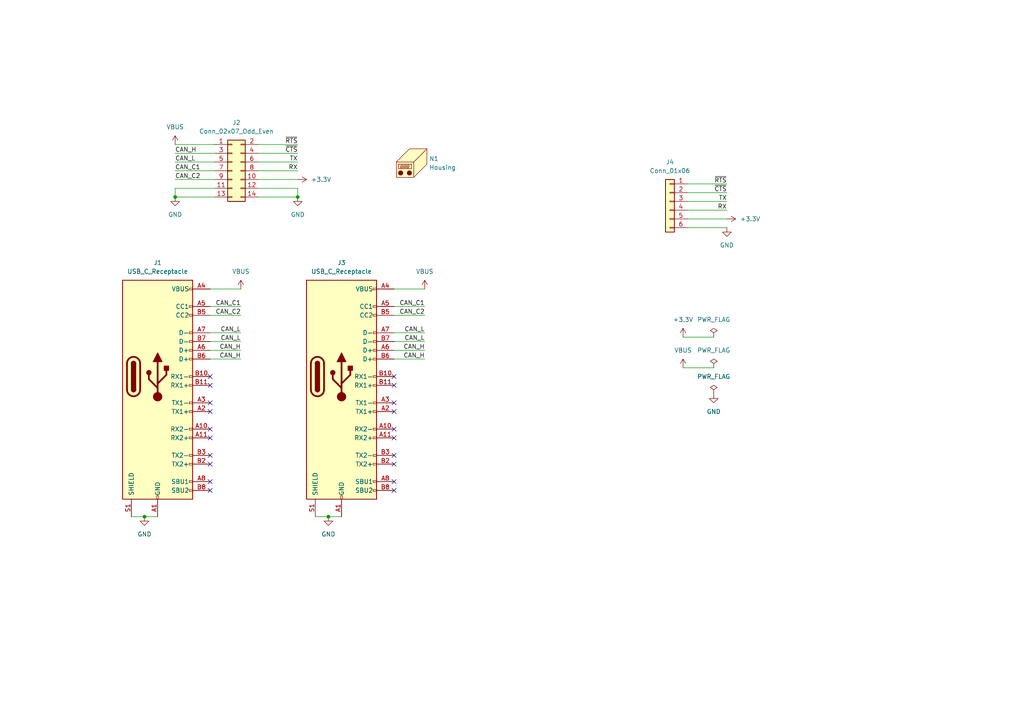
<source format=kicad_sch>
(kicad_sch (version 20211123) (generator eeschema)
  (paper "A4")
  (lib_symbols
    (symbol "Connector:USB_C_Receptacle" (pin_names (offset 1.016))
      (property "Reference" "J" (at -10.16 29.21 0))
      (property "Value" "USB_C_Receptacle" (at 10.16 29.21 0))
      (symbol "USB_C_Receptacle_0_0"
        (rectangle (start -0.254 -35.56) (end 0.254 -34.544))
        (rectangle (start 10.16 -32.766) (end 9.144 -33.274))
        (rectangle (start 10.16 -30.226) (end 9.144 -30.734))
        (rectangle (start 10.16 -25.146) (end 9.144 -25.654))
        (rectangle (start 10.16 -22.606) (end 9.144 -23.114))
        (rectangle (start 10.16 -17.526) (end 9.144 -18.034))
        (rectangle (start 10.16 -14.986) (end 9.144 -15.494))
        (rectangle (start 10.16 -9.906) (end 9.144 -10.414))
        (rectangle (start 10.16 -7.366) (end 9.144 -7.874))
        (rectangle (start 10.16 -2.286) (end 9.144 -2.794))
        (rectangle (start 10.16 0.254) (end 9.144 -0.254))
        (rectangle (start 10.16 5.334) (end 9.144 4.826))
        (rectangle (start 10.16 7.874) (end 9.144 7.366))
        (rectangle (start 10.16 10.414) (end 9.144 9.906))
        (rectangle (start 10.16 12.954) (end 9.144 12.446))
        (rectangle (start 10.16 18.034) (end 9.144 17.526))
        (rectangle (start 10.16 20.574) (end 9.144 20.066))
        (rectangle (start 10.16 25.654) (end 9.144 25.146))
      )
      (symbol "USB_C_Receptacle_0_1"
        (rectangle (start -10.16 27.94) (end 10.16 -35.56) (stroke (width 0.254)) (fill (type background)))
        (arc (start -8.89 -3.81) (mid -6.985 -5.715) (end -5.08 -3.81) (stroke (width 0.508)))
        (arc (start -7.62 -3.81) (mid -6.985 -4.445) (end -6.35 -3.81) (stroke (width 0.254)))
        (arc (start -7.62 -3.81) (mid -6.985 -4.445) (end -6.35 -3.81) (stroke (width 0.254)) (fill (type outline)))
        (rectangle (start -7.62 -3.81) (end -6.35 3.81) (stroke (width 0.254)) (fill (type outline)))
        (arc (start -6.35 3.81) (mid -6.985 4.445) (end -7.62 3.81) (stroke (width 0.254)))
        (arc (start -6.35 3.81) (mid -6.985 4.445) (end -7.62 3.81) (stroke (width 0.254)) (fill (type outline)))
        (arc (start -5.08 3.81) (mid -6.985 5.715) (end -8.89 3.81) (stroke (width 0.508)))
        (polyline (pts (xy -8.89 -3.81) (xy -8.89 3.81)) (stroke (width 0.508)))
        (polyline (pts (xy -5.08 3.81) (xy -5.08 -3.81)) (stroke (width 0.508)))
      )
      (symbol "USB_C_Receptacle_1_1"
        (circle (center -2.54 1.143) (radius 0.635) (stroke (width 0.254)) (fill (type outline)))
        (circle (center 0 -5.842) (radius 1.27) (fill (type outline)))
        (polyline (pts (xy 0 -5.842) (xy 0 4.318)) (stroke (width 0.508)))
        (polyline (pts (xy 0 -3.302) (xy -2.54 -0.762) (xy -2.54 0.508)) (stroke (width 0.508)))
        (polyline (pts (xy 0 -2.032) (xy 2.54 0.508) (xy 2.54 1.778)) (stroke (width 0.508)))
        (polyline (pts (xy -1.27 4.318) (xy 0 6.858) (xy 1.27 4.318) (xy -1.27 4.318)) (stroke (width 0.254)) (fill (type outline)))
        (rectangle (start 1.905 1.778) (end 3.175 3.048) (stroke (width 0.254)) (fill (type outline)))
        (pin passive line (at 0 -40.64 90) (length 5.08) (name "GND") (number "A1"))
        (pin bidirectional line (at 15.24 -15.24 180) (length 5.08) (name "RX2-") (number "A10"))
        (pin bidirectional line (at 15.24 -17.78 180) (length 5.08) (name "RX2+") (number "A11"))
        (pin passive line (at 0 -40.64 90) (length 5.08) hide (name "GND") (number "A12"))
        (pin bidirectional line (at 15.24 -10.16 180) (length 5.08) (name "TX1+") (number "A2"))
        (pin bidirectional line (at 15.24 -7.62 180) (length 5.08) (name "TX1-") (number "A3"))
        (pin passive line (at 15.24 25.4 180) (length 5.08) (name "VBUS") (number "A4"))
        (pin bidirectional line (at 15.24 20.32 180) (length 5.08) (name "CC1") (number "A5"))
        (pin bidirectional line (at 15.24 7.62 180) (length 5.08) (name "D+") (number "A6"))
        (pin bidirectional line (at 15.24 12.7 180) (length 5.08) (name "D-") (number "A7"))
        (pin bidirectional line (at 15.24 -30.48 180) (length 5.08) (name "SBU1") (number "A8"))
        (pin passive line (at 15.24 25.4 180) (length 5.08) hide (name "VBUS") (number "A9"))
        (pin passive line (at 0 -40.64 90) (length 5.08) hide (name "GND") (number "B1"))
        (pin bidirectional line (at 15.24 0 180) (length 5.08) (name "RX1-") (number "B10"))
        (pin bidirectional line (at 15.24 -2.54 180) (length 5.08) (name "RX1+") (number "B11"))
        (pin passive line (at 0 -40.64 90) (length 5.08) hide (name "GND") (number "B12"))
        (pin bidirectional line (at 15.24 -25.4 180) (length 5.08) (name "TX2+") (number "B2"))
        (pin bidirectional line (at 15.24 -22.86 180) (length 5.08) (name "TX2-") (number "B3"))
        (pin passive line (at 15.24 25.4 180) (length 5.08) hide (name "VBUS") (number "B4"))
        (pin bidirectional line (at 15.24 17.78 180) (length 5.08) (name "CC2") (number "B5"))
        (pin bidirectional line (at 15.24 5.08 180) (length 5.08) (name "D+") (number "B6"))
        (pin bidirectional line (at 15.24 10.16 180) (length 5.08) (name "D-") (number "B7"))
        (pin bidirectional line (at 15.24 -33.02 180) (length 5.08) (name "SBU2") (number "B8"))
        (pin passive line (at 15.24 25.4 180) (length 5.08) hide (name "VBUS") (number "B9"))
        (pin passive line (at -7.62 -40.64 90) (length 5.08) (name "SHIELD") (number "S1"))
      )
    )
    (symbol "Connector_Generic:Conn_01x06" (pin_names (offset 1.016) hide)
      (property "Reference" "J" (at 0 7.62 0))
      (property "Value" "Conn_01x06" (at 0 -10.16 0))
      (symbol "Conn_01x06_1_1"
        (rectangle (start -1.27 -7.493) (end 0 -7.747) (stroke (width 0.1524)))
        (rectangle (start -1.27 -4.953) (end 0 -5.207) (stroke (width 0.1524)))
        (rectangle (start -1.27 -2.413) (end 0 -2.667) (stroke (width 0.1524)))
        (rectangle (start -1.27 0.127) (end 0 -0.127) (stroke (width 0.1524)))
        (rectangle (start -1.27 2.667) (end 0 2.413) (stroke (width 0.1524)))
        (rectangle (start -1.27 5.207) (end 0 4.953) (stroke (width 0.1524)))
        (rectangle (start -1.27 6.35) (end 1.27 -8.89) (stroke (width 0.254)) (fill (type background)))
        (pin passive line (at -5.08 5.08 0) (length 3.81) (name "Pin_1") (number "1"))
        (pin passive line (at -5.08 2.54 0) (length 3.81) (name "Pin_2") (number "2"))
        (pin passive line (at -5.08 0 0) (length 3.81) (name "Pin_3") (number "3"))
        (pin passive line (at -5.08 -2.54 0) (length 3.81) (name "Pin_4") (number "4"))
        (pin passive line (at -5.08 -5.08 0) (length 3.81) (name "Pin_5") (number "5"))
        (pin passive line (at -5.08 -7.62 0) (length 3.81) (name "Pin_6") (number "6"))
      )
    )
    (symbol "Connector_Generic:Conn_02x07_Odd_Even" (pin_names (offset 1.016) hide)
      (property "Reference" "J" (at 1.27 10.16 0))
      (property "Value" "Conn_02x07_Odd_Even" (at 1.27 -10.16 0))
      (symbol "Conn_02x07_Odd_Even_1_1"
        (rectangle (start -1.27 -7.493) (end 0 -7.747) (stroke (width 0.1524)))
        (rectangle (start -1.27 -4.953) (end 0 -5.207) (stroke (width 0.1524)))
        (rectangle (start -1.27 -2.413) (end 0 -2.667) (stroke (width 0.1524)))
        (rectangle (start -1.27 0.127) (end 0 -0.127) (stroke (width 0.1524)))
        (rectangle (start -1.27 2.667) (end 0 2.413) (stroke (width 0.1524)))
        (rectangle (start -1.27 5.207) (end 0 4.953) (stroke (width 0.1524)))
        (rectangle (start -1.27 7.747) (end 0 7.493) (stroke (width 0.1524)))
        (rectangle (start -1.27 8.89) (end 3.81 -8.89) (stroke (width 0.254)) (fill (type background)))
        (rectangle (start 3.81 -7.493) (end 2.54 -7.747) (stroke (width 0.1524)))
        (rectangle (start 3.81 -4.953) (end 2.54 -5.207) (stroke (width 0.1524)))
        (rectangle (start 3.81 -2.413) (end 2.54 -2.667) (stroke (width 0.1524)))
        (rectangle (start 3.81 0.127) (end 2.54 -0.127) (stroke (width 0.1524)))
        (rectangle (start 3.81 2.667) (end 2.54 2.413) (stroke (width 0.1524)))
        (rectangle (start 3.81 5.207) (end 2.54 4.953) (stroke (width 0.1524)))
        (rectangle (start 3.81 7.747) (end 2.54 7.493) (stroke (width 0.1524)))
        (pin passive line (at -5.08 7.62 0) (length 3.81) (name "Pin_1") (number "1"))
        (pin passive line (at 7.62 -2.54 180) (length 3.81) (name "Pin_10") (number "10"))
        (pin passive line (at -5.08 -5.08 0) (length 3.81) (name "Pin_11") (number "11"))
        (pin passive line (at 7.62 -5.08 180) (length 3.81) (name "Pin_12") (number "12"))
        (pin passive line (at -5.08 -7.62 0) (length 3.81) (name "Pin_13") (number "13"))
        (pin passive line (at 7.62 -7.62 180) (length 3.81) (name "Pin_14") (number "14"))
        (pin passive line (at 7.62 7.62 180) (length 3.81) (name "Pin_2") (number "2"))
        (pin passive line (at -5.08 5.08 0) (length 3.81) (name "Pin_3") (number "3"))
        (pin passive line (at 7.62 5.08 180) (length 3.81) (name "Pin_4") (number "4"))
        (pin passive line (at -5.08 2.54 0) (length 3.81) (name "Pin_5") (number "5"))
        (pin passive line (at 7.62 2.54 180) (length 3.81) (name "Pin_6") (number "6"))
        (pin passive line (at -5.08 0 0) (length 3.81) (name "Pin_7") (number "7"))
        (pin passive line (at 7.62 0 180) (length 3.81) (name "Pin_8") (number "8"))
        (pin passive line (at -5.08 -2.54 0) (length 3.81) (name "Pin_9") (number "9"))
      )
    )
    (symbol "Mechanical:Housing" (pin_names (offset 1.016))
      (property "Reference" "N" (at 3.81 0 0))
      (property "Value" "Housing" (at 3.81 -1.905 0))
      (symbol "Housing_0_1"
        (rectangle (start -5.08 -0.635) (end -1.27 -1.905))
        (circle (center -4.445 -3.175) (radius 0.635) (fill (type outline)))
        (circle (center -1.905 -3.175) (radius 0.635) (fill (type outline)))
        (polyline (pts (xy -4.5212 -1.5748) (xy -4.4704 -1.3716)))
        (polyline (pts (xy -4.4196 -1.6764) (xy -4.064 -1.6764)))
        (polyline (pts (xy -4.4196 -1.2192) (xy -4.3688 -0.9652)))
        (polyline (pts (xy -4.318 -1.3208) (xy -4.0132 -1.3208)))
        (polyline (pts (xy -4.2164 -0.9144) (xy -3.9116 -0.9144)))
        (polyline (pts (xy -3.9116 -1.6256) (xy -3.8608 -1.3716)))
        (polyline (pts (xy -3.81 -1.2192) (xy -3.7592 -0.9652)))
        (polyline (pts (xy -3.6068 -1.5748) (xy -3.556 -1.3716)))
        (polyline (pts (xy -3.5052 -1.6764) (xy -3.1496 -1.6764)))
        (polyline (pts (xy -3.5052 -1.2192) (xy -3.4544 -0.9652)))
        (polyline (pts (xy -3.4036 -1.3208) (xy -3.0988 -1.3208)))
        (polyline (pts (xy -3.302 -0.9144) (xy -2.9972 -0.9144)))
        (polyline (pts (xy -2.9972 -1.6256) (xy -2.9464 -1.3716)))
        (polyline (pts (xy -2.8956 -1.2192) (xy -2.8448 -0.9652)))
        (polyline (pts (xy -2.6924 -1.5748) (xy -2.6416 -1.3716)))
        (polyline (pts (xy -2.5908 -1.6764) (xy -2.2352 -1.6764)))
        (polyline (pts (xy -2.5908 -1.2192) (xy -2.54 -0.9652)))
        (polyline (pts (xy -2.4892 -1.3208) (xy -2.1844 -1.3208)))
        (polyline (pts (xy -2.3876 -0.9144) (xy -2.0828 -0.9144)))
        (polyline (pts (xy -2.0828 -1.6256) (xy -2.032 -1.3716)))
        (polyline (pts (xy -1.9812 -1.2192) (xy -1.9304 -0.9652)))
        (polyline (pts (xy -0.635 0) (xy -0.635 -4.445)))
        (polyline (pts (xy -5.715 0) (xy -0.635 0) (xy 3.175 3.81)))
        (polyline (pts (xy -5.715 0) (xy -5.715 -4.445) (xy -0.635 -4.445) (xy 3.175 -0.635) (xy 3.175 3.81) (xy -1.905 3.81) (xy -5.715 0)) (fill (type background)))
      )
    )
    (symbol "power:+3.3V" (power) (pin_names (offset 0))
      (property "Value" "+3.3V" (at 0 3.556 0))
      (symbol "+3.3V_0_1"
        (polyline (pts (xy -0.762 1.27) (xy 0 2.54)))
        (polyline (pts (xy 0 0) (xy 0 2.54)))
        (polyline (pts (xy 0 2.54) (xy 0.762 1.27)))
      )
      (symbol "+3.3V_1_1"
        (pin power_in line (at 0 0 90) (length 0) hide (name "+3.3V") (number "1"))
      )
    )
    (symbol "power:GND" (power) (pin_names (offset 0))
      (property "Value" "GND" (at 0 -3.81 0))
      (symbol "GND_0_1"
        (polyline (pts (xy 0 0) (xy 0 -1.27) (xy 1.27 -1.27) (xy 0 -2.54) (xy -1.27 -1.27) (xy 0 -1.27)))
      )
      (symbol "GND_1_1"
        (pin power_in line (at 0 0 270) (length 0) hide (name "GND") (number "1"))
      )
    )
    (symbol "power:PWR_FLAG" (power) (pin_numbers hide) (pin_names (offset 0) hide)
      (property "Value" "PWR_FLAG" (at 0 3.81 0))
      (symbol "PWR_FLAG_0_0"
        (pin power_out line (at 0 0 90) (length 0) (name "pwr") (number "1"))
      )
      (symbol "PWR_FLAG_0_1"
        (polyline (pts (xy 0 0) (xy 0 1.27) (xy -1.016 1.905) (xy 0 2.54) (xy 1.016 1.905) (xy 0 1.27)))
      )
    )
    (symbol "power:VBUS" (power) (pin_names (offset 0))
      (property "Value" "VBUS" (at 0 3.81 0))
      (symbol "VBUS_0_1"
        (polyline (pts (xy -0.762 1.27) (xy 0 2.54)))
        (polyline (pts (xy 0 0) (xy 0 2.54)))
        (polyline (pts (xy 0 2.54) (xy 0.762 1.27)))
      )
      (symbol "VBUS_1_1"
        (pin power_in line (at 0 0 90) (length 0) hide (name "VBUS") (number "1"))
      )
    )
  )
  (junction (at 50.8 57.15))
  (junction (at 95.25 149.86))
  (junction (at 41.91 149.86))
  (junction (at 86.36 57.15))
  (no_connect (at 114.3 124.46))
  (no_connect (at 114.3 116.84))
  (no_connect (at 114.3 109.22))
  (no_connect (at 114.3 139.7))
  (no_connect (at 60.96 109.22))
  (no_connect (at 60.96 132.08))
  (no_connect (at 114.3 132.08))
  (no_connect (at 60.96 124.46))
  (no_connect (at 60.96 119.38))
  (no_connect (at 60.96 134.62))
  (no_connect (at 60.96 127))
  (no_connect (at 114.3 127))
  (no_connect (at 60.96 111.76))
  (no_connect (at 114.3 111.76))
  (no_connect (at 60.96 139.7))
  (no_connect (at 114.3 119.38))
  (no_connect (at 60.96 116.84))
  (no_connect (at 114.3 142.24))
  (no_connect (at 114.3 134.62))
  (no_connect (at 60.96 142.24))
  (wire (pts (xy 50.8 44.45) (xy 62.23 44.45)))
  (wire (pts (xy 60.96 104.14) (xy 69.85 104.14)))
  (wire (pts (xy 86.36 54.61) (xy 86.36 57.15)))
  (wire (pts (xy 199.39 55.88) (xy 210.82 55.88)))
  (wire (pts (xy 60.96 91.44) (xy 69.85 91.44)))
  (wire (pts (xy 74.93 52.07) (xy 86.36 52.07)))
  (wire (pts (xy 50.8 54.61) (xy 62.23 54.61)))
  (wire (pts (xy 210.82 66.04) (xy 199.39 66.04)))
  (wire (pts (xy 198.12 106.68) (xy 207.01 106.68)))
  (wire (pts (xy 38.1 149.86) (xy 41.91 149.86)))
  (wire (pts (xy 86.36 54.61) (xy 74.93 54.61)))
  (wire (pts (xy 199.39 63.5) (xy 210.82 63.5)))
  (wire (pts (xy 74.93 41.91) (xy 86.36 41.91)))
  (wire (pts (xy 50.8 41.91) (xy 62.23 41.91)))
  (wire (pts (xy 199.39 60.96) (xy 210.82 60.96)))
  (wire (pts (xy 114.3 91.44) (xy 123.19 91.44)))
  (wire (pts (xy 91.44 149.86) (xy 95.25 149.86)))
  (wire (pts (xy 50.8 57.15) (xy 62.23 57.15)))
  (wire (pts (xy 60.96 99.06) (xy 69.85 99.06)))
  (wire (pts (xy 74.93 46.99) (xy 86.36 46.99)))
  (wire (pts (xy 50.8 52.07) (xy 62.23 52.07)))
  (wire (pts (xy 60.96 96.52) (xy 69.85 96.52)))
  (wire (pts (xy 50.8 54.61) (xy 50.8 57.15)))
  (wire (pts (xy 60.96 88.9) (xy 69.85 88.9)))
  (wire (pts (xy 74.93 44.45) (xy 86.36 44.45)))
  (wire (pts (xy 114.3 101.6) (xy 123.19 101.6)))
  (wire (pts (xy 60.96 83.82) (xy 69.85 83.82)))
  (wire (pts (xy 114.3 88.9) (xy 123.19 88.9)))
  (wire (pts (xy 198.12 97.79) (xy 207.01 97.79)))
  (wire (pts (xy 60.96 101.6) (xy 69.85 101.6)))
  (wire (pts (xy 114.3 83.82) (xy 123.19 83.82)))
  (wire (pts (xy 114.3 96.52) (xy 123.19 96.52)))
  (wire (pts (xy 74.93 49.53) (xy 86.36 49.53)))
  (wire (pts (xy 86.36 57.15) (xy 74.93 57.15)))
  (wire (pts (xy 50.8 46.99) (xy 62.23 46.99)))
  (wire (pts (xy 199.39 53.34) (xy 210.82 53.34)))
  (wire (pts (xy 50.8 49.53) (xy 62.23 49.53)))
  (wire (pts (xy 41.91 149.86) (xy 45.72 149.86)))
  (wire (pts (xy 114.3 99.06) (xy 123.19 99.06)))
  (wire (pts (xy 95.25 149.86) (xy 99.06 149.86)))
  (wire (pts (xy 199.39 58.42) (xy 210.82 58.42)))
  (wire (pts (xy 114.3 104.14) (xy 123.19 104.14)))
  (label "~{RTS}" (at 86.36 41.91 180))
  (label "CAN_L" (at 50.8 46.99 0))
  (label "CAN_C2" (at 69.85 91.44 180))
  (label "RX" (at 210.82 60.96 180))
  (label "TX" (at 210.82 58.42 180))
  (label "CAN_L" (at 123.19 99.06 180))
  (label "CAN_C1" (at 69.85 88.9 180))
  (label "CAN_L" (at 123.19 96.52 180))
  (label "CAN_C1" (at 123.19 88.9 180))
  (label "~{CTS}" (at 86.36 44.45 180))
  (label "CAN_C2" (at 50.8 52.07 0))
  (label "CAN_C2" (at 123.19 91.44 180))
  (label "CAN_L" (at 69.85 96.52 180))
  (label "~{CTS}" (at 210.82 55.88 180))
  (label "~{RTS}" (at 210.82 53.34 180))
  (label "CAN_C1" (at 50.8 49.53 0))
  (label "RX" (at 86.36 49.53 180))
  (label "CAN_H" (at 69.85 101.6 180))
  (label "CAN_H" (at 50.8 44.45 0))
  (label "TX" (at 86.36 46.99 180))
  (label "CAN_H" (at 123.19 104.14 180))
  (label "CAN_H" (at 123.19 101.6 180))
  (label "CAN_H" (at 69.85 104.14 180))
  (label "CAN_L" (at 69.85 99.06 180))
  (symbol (lib_id "power:GND") (at 50.8 57.15 0) (unit 1)
    (property "Reference" "#PWR0105" (effects hide))
    (property "Value" "GND" (at 50.8 62.23 0))
  )
  (symbol (lib_id "power:GND") (at 41.91 149.86 0) (unit 1)
    (property "Reference" "#PWR0101" (effects hide))
    (property "Value" "GND" (at 41.91 154.94 0))
  )
  (symbol (lib_id "power:GND") (at 86.36 57.15 0) (mirror y) (unit 1)
    (property "Reference" "#PWR0107" (effects hide))
    (property "Value" "GND" (at 86.36 62.23 0))
  )
  (symbol (lib_id "Mechanical:Housing") (at 120.65 46.99 0) (unit 1)
    (property "Reference" "N1" (at 124.46 46.0374 0) (effects (justify left)))
    (property "Value" "Housing" (at 124.46 48.5774 0) (effects (justify left)))
    (property "Footprint" "custom_footprints:Enclosure-Gloxinia4" (effects hide))
  )
  (symbol (lib_id "Connector_Generic:Conn_02x07_Odd_Even") (at 67.31 49.53 0) (unit 1)
    (property "Reference" "J2" (at 68.58 35.56 0))
    (property "Value" "Conn_02x07_Odd_Even" (at 68.58 38.1 0))
    (property "Footprint" "samtec:SAMTEC_MMS-107-02-F-DV" (effects hide))
  )
  (symbol (lib_id "power:PWR_FLAG") (at 207.01 114.3 0) (unit 1)
    (property "Reference" "#FLG0102" (effects hide))
    (property "Value" "PWR_FLAG" (at 207.01 109.22 0))
  )
  (symbol (lib_id "power:VBUS") (at 123.19 83.82 0) (unit 1)
    (property "Reference" "#PWR0103" (effects hide))
    (property "Value" "VBUS" (at 123.19 78.74 0))
  )
  (symbol (lib_id "power:PWR_FLAG") (at 207.01 97.79 0) (unit 1)
    (property "Reference" "#FLG0103" (effects hide))
    (property "Value" "PWR_FLAG" (at 207.01 92.71 0))
  )
  (symbol (lib_id "power:GND") (at 207.01 114.3 0) (unit 1)
    (property "Reference" "#PWR0110" (effects hide))
    (property "Value" "GND" (at 207.01 119.38 0))
  )
  (symbol (lib_id "power:GND") (at 210.82 66.04 0) (mirror y) (unit 1)
    (property "Reference" "#PWR02" (effects hide))
    (property "Value" "GND" (at 210.82 71.12 0))
  )
  (symbol (lib_id "Connector_Generic:Conn_01x06") (at 194.31 58.42 0) (mirror y) (unit 1)
    (property "Reference" "J4" (at 194.31 46.99 0))
    (property "Value" "Conn_01x06" (at 194.31 49.53 0))
    (property "Footprint" "Connector_PinHeader_2.54mm:PinHeader_1x06_P2.54mm_Vertical" (effects hide))
  )
  (symbol (lib_id "power:VBUS") (at 198.12 106.68 0) (unit 1)
    (property "Reference" "#PWR0109" (effects hide))
    (property "Value" "VBUS" (at 198.12 101.6 0))
  )
  (symbol (lib_id "power:GND") (at 95.25 149.86 0) (unit 1)
    (property "Reference" "#PWR0104" (effects hide))
    (property "Value" "GND" (at 95.25 154.94 0))
  )
  (symbol (lib_id "power:+3.3V") (at 86.36 52.07 270) (unit 1)
    (property "Reference" "#PWR0106" (effects hide))
    (property "Value" "+3.3V" (at 90.17 52.0699 90) (effects (justify left)))
  )
  (symbol (lib_id "power:PWR_FLAG") (at 207.01 106.68 0) (unit 1)
    (property "Reference" "#FLG0101" (effects hide))
    (property "Value" "PWR_FLAG" (at 207.01 101.6 0))
  )
  (symbol (lib_id "power:+3.3V") (at 198.12 97.79 0) (unit 1)
    (property "Reference" "#PWR0111" (effects hide))
    (property "Value" "+3.3V" (at 198.12 92.71 0))
  )
  (symbol (lib_id "power:VBUS") (at 50.8 41.91 0) (unit 1)
    (property "Reference" "#PWR0108" (effects hide))
    (property "Value" "VBUS" (at 50.8 36.83 0))
  )
  (symbol (lib_id "power:VBUS") (at 69.85 83.82 0) (unit 1)
    (property "Reference" "#PWR0102" (effects hide))
    (property "Value" "VBUS" (at 69.85 78.74 0))
  )
  (symbol (lib_id "Connector:USB_C_Receptacle") (at 45.72 109.22 0) (unit 1)
    (property "Reference" "J1" (at 45.72 76.2 0))
    (property "Value" "USB_C_Receptacle" (at 45.72 78.74 0))
    (property "Footprint" "custom_footprints:USB_C_Receptacle_Amphenol_12401861XX12A" (effects hide))
    (property "Datasheet" "https://www.usb.org/sites/default/files/documents/usb_type-c.zip" (effects hide))
  )
  (symbol (lib_id "power:+3.3V") (at 210.82 63.5 270) (unit 1)
    (property "Reference" "#PWR01" (effects hide))
    (property "Value" "+3.3V" (at 214.63 63.4999 90) (effects (justify left)))
  )
  (symbol (lib_id "Connector:USB_C_Receptacle") (at 99.06 109.22 0) (unit 1)
    (property "Reference" "J3" (at 99.06 76.2 0))
    (property "Value" "USB_C_Receptacle" (at 99.06 78.74 0))
    (property "Footprint" "custom_footprints:USB_C_Receptacle_Amphenol_12401861XX12A" (effects hide))
    (property "Datasheet" "https://www.usb.org/sites/default/files/documents/usb_type-c.zip" (effects hide))
  )
)
</source>
